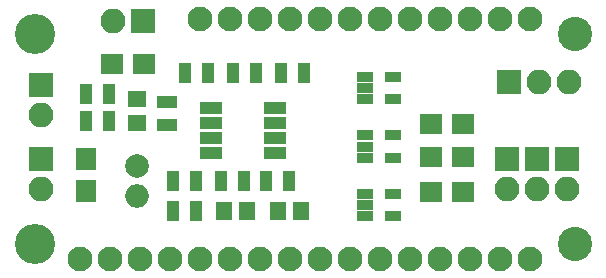
<source format=gbr>
G04 #@! TF.GenerationSoftware,KiCad,Pcbnew,(5.0.0-rc2-dev-444-g2974a2c10)*
G04 #@! TF.CreationDate,2018-10-05T22:12:32-07:00*
G04 #@! TF.ProjectId,retro meter v03,726574726F206D65746572207630332E,v03*
G04 #@! TF.SameCoordinates,Original*
G04 #@! TF.FileFunction,Soldermask,Top*
G04 #@! TF.FilePolarity,Negative*
%FSLAX46Y46*%
G04 Gerber Fmt 4.6, Leading zero omitted, Abs format (unit mm)*
G04 Created by KiCad (PCBNEW (5.0.0-rc2-dev-444-g2974a2c10)) date 10/05/18 22:12:32*
%MOMM*%
%LPD*%
G01*
G04 APERTURE LIST*
%ADD10C,3.400000*%
%ADD11C,2.900000*%
%ADD12C,2.100000*%
%ADD13R,1.900000X1.700000*%
%ADD14R,1.700000X1.900000*%
%ADD15R,1.950000X1.000000*%
%ADD16O,2.100000X2.100000*%
%ADD17R,2.100000X2.100000*%
%ADD18C,2.000000*%
%ADD19O,2.000000X2.000000*%
%ADD20R,1.100000X1.700000*%
%ADD21R,1.700000X1.100000*%
%ADD22R,1.320000X0.920000*%
%ADD23R,1.400000X1.650000*%
%ADD24R,1.650000X1.400000*%
G04 APERTURE END LIST*
D10*
X105404800Y-95245000D03*
X105404800Y-113025000D03*
D11*
X151124800Y-113025000D03*
X151124800Y-95245000D03*
D12*
X147314800Y-93975000D03*
X144774800Y-93975000D03*
X142234800Y-93975000D03*
X139694800Y-93975000D03*
X137154800Y-93975000D03*
X134614800Y-93975000D03*
X132074800Y-93975000D03*
X129534800Y-93975000D03*
X126994800Y-93975000D03*
X124454800Y-93975000D03*
X121914800Y-93975000D03*
X119374800Y-93975000D03*
X147314800Y-114295000D03*
X144774800Y-114295000D03*
X142234800Y-114295000D03*
X139694800Y-114295000D03*
X137154800Y-114295000D03*
X134614800Y-114295000D03*
X132074800Y-114295000D03*
X129534800Y-114295000D03*
X126994800Y-114295000D03*
X124454800Y-114295000D03*
X121914800Y-114295000D03*
X119374800Y-114295000D03*
X116834800Y-114295000D03*
X114294800Y-114295000D03*
X111754800Y-114295000D03*
X109214800Y-114295000D03*
D13*
X138985000Y-108585000D03*
X141685000Y-108585000D03*
D14*
X109728000Y-105838000D03*
X109728000Y-108538000D03*
D15*
X125763000Y-101473000D03*
X125763000Y-102743000D03*
X125763000Y-104013000D03*
X125763000Y-105283000D03*
X120363000Y-105283000D03*
X120363000Y-104013000D03*
X120363000Y-102743000D03*
X120363000Y-101473000D03*
D16*
X105918000Y-102108000D03*
D17*
X105918000Y-99568000D03*
X114604800Y-94135000D03*
D16*
X112064800Y-94135000D03*
X150495000Y-108331000D03*
D17*
X150495000Y-105791000D03*
D16*
X150622000Y-99314000D03*
X148082000Y-99314000D03*
D17*
X145542000Y-99314000D03*
D16*
X105918000Y-108331000D03*
D17*
X105918000Y-105791000D03*
X145415000Y-105791000D03*
D16*
X145415000Y-108331000D03*
X147955000Y-108331000D03*
D17*
X147955000Y-105791000D03*
D13*
X138985000Y-105664000D03*
X141685000Y-105664000D03*
X141685000Y-102870000D03*
X138985000Y-102870000D03*
D18*
X114046000Y-106426000D03*
D19*
X114046000Y-108966000D03*
D13*
X114634000Y-97790000D03*
X111934000Y-97790000D03*
D20*
X117160000Y-110236000D03*
X119060000Y-110236000D03*
X117160000Y-107696000D03*
X119060000Y-107696000D03*
X109794000Y-100330000D03*
X111694000Y-100330000D03*
X109794000Y-102616000D03*
X111694000Y-102616000D03*
D21*
X116586000Y-101031000D03*
X116586000Y-102931000D03*
D20*
X120076000Y-98552000D03*
X118176000Y-98552000D03*
X122240000Y-98552000D03*
X124140000Y-98552000D03*
X126304000Y-98552000D03*
X128204000Y-98552000D03*
D22*
X135788400Y-108778000D03*
X135788400Y-110678000D03*
X133350000Y-110678000D03*
X133350000Y-109728000D03*
X133350000Y-108778000D03*
X133350000Y-103825000D03*
X133350000Y-104775000D03*
X133350000Y-105725000D03*
X135788400Y-105725000D03*
X135788400Y-103825000D03*
X135788400Y-98872000D03*
X135788400Y-100772000D03*
X133350000Y-100772000D03*
X133350000Y-99822000D03*
X133350000Y-98872000D03*
D23*
X121428000Y-110236000D03*
X123428000Y-110236000D03*
X128000000Y-110236000D03*
X126000000Y-110236000D03*
D24*
X114046000Y-102781000D03*
X114046000Y-100781000D03*
D20*
X123124000Y-107696000D03*
X121224000Y-107696000D03*
X125034000Y-107696000D03*
X126934000Y-107696000D03*
M02*

</source>
